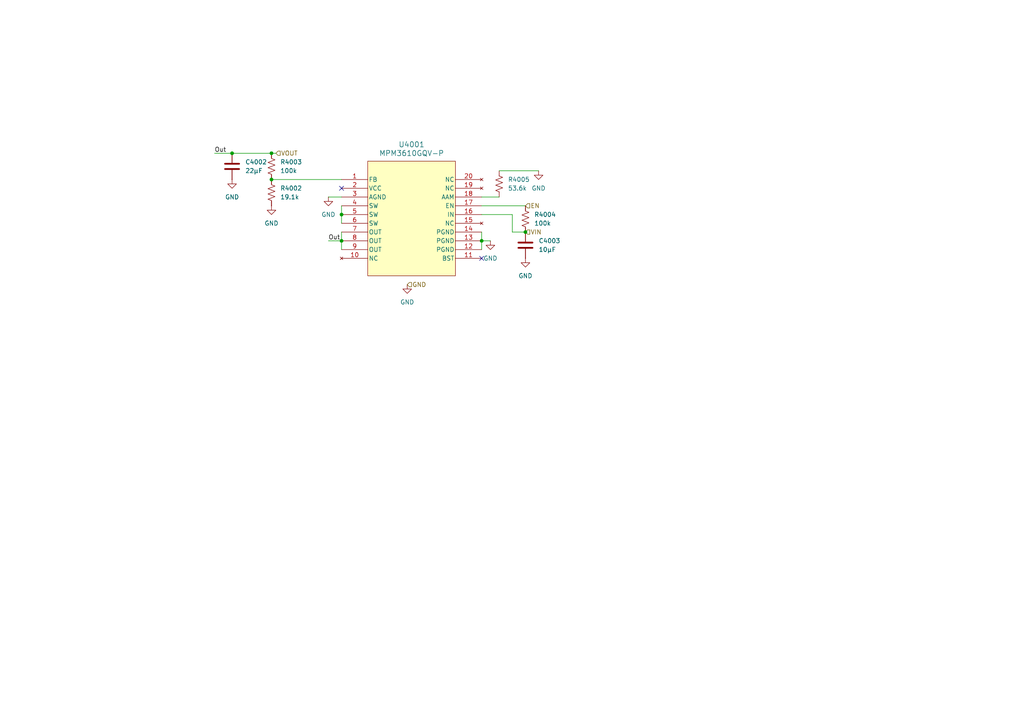
<source format=kicad_sch>
(kicad_sch (version 20231120) (generator "eeschema") (generator_version "8.0")
  (paper "A4")
  (lib_symbols
    (symbol "Device:C" (pin_numbers hide) (pin_names (offset 0.254))
      (property "Reference" "C" (at 0.635 2.54 0))
      (property "Value" "C" (at 0.635 -2.54 0))
      (symbol "C_0_1"
        (polyline (pts (xy -2.032 -0.762) (xy 2.032 -0.762)) (stroke (width 0.508)))
        (polyline (pts (xy -2.032 0.762) (xy 2.032 0.762)) (stroke (width 0.508)))
      )
      (symbol "C_1_1"
        (pin passive line (at 0 3.81 270) (length 2.794) (name "~") (number "1"))
        (pin passive line (at 0 -3.81 90) (length 2.794) (name "~") (number "2"))
      )
    )
    (symbol "Device:R_US" (pin_numbers hide) (pin_names (offset 0))
      (property "Reference" "R" (at 2.54 0 90))
      (property "Value" "R_US" (at -2.54 0 90))
      (symbol "R_US_0_1"
        (polyline (pts (xy 0 -2.286) (xy 0 -2.54)))
        (polyline (pts (xy 0 2.286) (xy 0 2.54)))
        (polyline (pts (xy 0 -0.762) (xy 1.016 -1.143) (xy 0 -1.524) (xy -1.016 -1.905) (xy 0 -2.286)))
        (polyline (pts (xy 0 0.762) (xy 1.016 0.381) (xy 0 0) (xy -1.016 -0.381) (xy 0 -0.762)))
        (polyline (pts (xy 0 2.286) (xy 1.016 1.905) (xy 0 1.524) (xy -1.016 1.143) (xy 0 0.762)))
      )
      (symbol "R_US_1_1"
        (pin passive line (at 0 3.81 270) (length 1.27) (name "~") (number "1"))
        (pin passive line (at 0 -3.81 90) (length 1.27) (name "~") (number "2"))
      )
    )
    (symbol "MPM3606AGQV:MPM3610GQV-P" (pin_names (offset 0.254))
      (property "Reference" "U" (at 20.32 10.16 0))
      (property "Value" "MPM3610GQV-P" (at 20.32 7.62 0))
      (symbol "MPM3610GQV-P_0_1"
        (pin unspecified line (at 0 0 0) (length 7.62) (name "FB") (number "1"))
        (pin no_connect line (at 0 -22.86 0) (length 7.62) (name "NC") (number "10"))
        (pin unspecified line (at 40.64 -22.86 180) (length 7.62) (name "BST") (number "11"))
        (pin power_out line (at 40.64 -20.32 180) (length 7.62) (name "PGND") (number "12"))
        (pin power_out line (at 40.64 -17.78 180) (length 7.62) (name "PGND") (number "13"))
        (pin power_out line (at 40.64 -15.24 180) (length 7.62) (name "PGND") (number "14"))
        (pin no_connect line (at 40.64 -12.7 180) (length 7.62) (name "NC") (number "15"))
        (pin power_in line (at 40.64 -10.16 180) (length 7.62) (name "IN") (number "16"))
        (pin unspecified line (at 40.64 -7.62 180) (length 7.62) (name "EN") (number "17"))
        (pin unspecified line (at 40.64 -5.08 180) (length 7.62) (name "AAM") (number "18"))
        (pin no_connect line (at 40.64 -2.54 180) (length 7.62) (name "NC") (number "19"))
        (pin power_in line (at 0 -2.54 0) (length 7.62) (name "VCC") (number "2"))
        (pin no_connect line (at 40.64 0 180) (length 7.62) (name "NC") (number "20"))
        (pin power_out line (at 0 -5.08 0) (length 7.62) (name "AGND") (number "3"))
        (pin output line (at 0 -7.62 0) (length 7.62) (name "SW") (number "4"))
        (pin output line (at 0 -10.16 0) (length 7.62) (name "SW") (number "5"))
        (pin output line (at 0 -12.7 0) (length 7.62) (name "SW") (number "6"))
        (pin output line (at 0 -15.24 0) (length 7.62) (name "OUT") (number "7"))
        (pin output line (at 0 -17.78 0) (length 7.62) (name "OUT") (number "8"))
        (pin output line (at 0 -20.32 0) (length 7.62) (name "OUT") (number "9"))
      )
      (symbol "MPM3610GQV-P_1_1"
        (rectangle (start 7.62 5.334) (end 33.02 -27.94) (fill (type background)))
      )
    )
    (symbol "power:GND" (power) (pin_numbers hide) (pin_names (offset 0) hide)
      (property "Value" "GND" (at 0 -3.81 0))
      (symbol "GND_0_1"
        (polyline (pts (xy 0 0) (xy 0 -1.27) (xy 1.27 -1.27) (xy 0 -2.54) (xy -1.27 -1.27) (xy 0 -1.27)))
      )
      (symbol "GND_1_1"
        (pin power_in line (at 0 0 270) (length 0) (name "~") (number "1"))
      )
    )
  )
  (junction (at 67.31 44.45))
  (junction (at 152.4 67.31))
  (junction (at 78.74 52.07))
  (junction (at 78.74 44.45))
  (junction (at 99.06 69.85))
  (junction (at 99.06 62.23))
  (junction (at 139.7 69.85))
  (no_connect (at 99.06 54.61))
  (no_connect (at 139.7 74.93))
  (wire (pts (xy 139.7 57.15) (xy 144.78 57.15)))
  (wire (pts (xy 62.23 44.45) (xy 67.31 44.45)))
  (wire (pts (xy 139.7 62.23) (xy 148.59 62.23)))
  (wire (pts (xy 148.59 62.23) (xy 148.59 67.31)))
  (wire (pts (xy 80.01 44.45) (xy 78.74 44.45)))
  (wire (pts (xy 78.74 52.07) (xy 99.06 52.07)))
  (wire (pts (xy 142.24 69.85) (xy 139.7 69.85)))
  (wire (pts (xy 139.7 67.31) (xy 139.7 69.85)))
  (wire (pts (xy 139.7 59.69) (xy 152.4 59.69)))
  (wire (pts (xy 95.25 69.85) (xy 99.06 69.85)))
  (wire (pts (xy 99.06 67.31) (xy 99.06 69.85)))
  (wire (pts (xy 99.06 69.85) (xy 99.06 72.39)))
  (wire (pts (xy 67.31 44.45) (xy 78.74 44.45)))
  (wire (pts (xy 144.78 49.53) (xy 156.21 49.53)))
  (wire (pts (xy 99.06 62.23) (xy 99.06 64.77)))
  (wire (pts (xy 99.06 59.69) (xy 99.06 62.23)))
  (wire (pts (xy 95.25 57.15) (xy 99.06 57.15)))
  (wire (pts (xy 148.59 67.31) (xy 152.4 67.31)))
  (wire (pts (xy 139.7 69.85) (xy 139.7 72.39)))
  (label "Out" (at 62.23 44.45 0))
  (label "Out" (at 95.25 69.85 0))
  (hierarchical_label "VIN" (shape input) (at 152.4 67.31 0))
  (hierarchical_label "EN" (shape input) (at 152.4 59.69 0))
  (hierarchical_label "VOUT" (shape input) (at 80.01 44.45 0))
  (hierarchical_label "GND" (shape input) (at 118.11 82.55 0))
  (symbol (lib_id "power:GND") (at 142.24 69.85 0) (unit 1)
    (property "Reference" "#PWR04001" (effects (hide yes)))
    (property "Value" "GND" (at 142.24 74.93 0))
    (property "Description" "Power symbol creates a global label with name \"GND\" , ground" (effects (hide yes)))
  )
  (symbol (lib_id "power:GND") (at 152.4 74.93 0) (unit 1)
    (property "Reference" "#PWR04005" (effects (hide yes)))
    (property "Value" "GND" (at 152.4 80.01 0))
    (property "Description" "Power symbol creates a global label with name \"GND\" , ground" (effects (hide yes)))
  )
  (symbol (lib_id "power:GND") (at 118.11 82.55 0) (unit 1)
    (property "Reference" "#PWR04007" (effects (hide yes)))
    (property "Value" "GND" (at 118.11 87.63 0))
    (property "Description" "Power symbol creates a global label with name \"GND\" , ground" (effects (hide yes)))
  )
  (symbol (lib_id "Device:C") (at 152.4 71.12 0) (unit 1)
    (property "Reference" "C4003" (at 156.21 69.8499 0) (effects (justify left)))
    (property "Value" "10μF" (at 156.21 72.3899 0) (effects (justify left)))
    (property "Footprint" "Capacitor_SMD:C_0201_0603Metric" (effects (hide yes)))
    (property "Description" "Unpolarized capacitor" (effects (hide yes)))
  )
  (symbol (lib_id "Device:R_US") (at 144.78 53.34 0) (unit 1)
    (property "Reference" "R4005" (at 147.32 52.0699 0) (effects (justify left)))
    (property "Value" "53.6k" (at 147.32 54.6099 0) (effects (justify left)))
    (property "Footprint" "Resistor_SMD:R_0201_0603Metric" (effects (hide yes)))
    (property "Description" "Resistor, US symbol" (effects (hide yes)))
  )
  (symbol (lib_id "Device:R_US") (at 78.74 48.26 0) (unit 1)
    (property "Reference" "R4003" (at 81.28 46.9899 0) (effects (justify left)))
    (property "Value" "100k" (at 81.28 49.5299 0) (effects (justify left)))
    (property "Footprint" "Resistor_SMD:R_0201_0603Metric" (effects (hide yes)))
    (property "Description" "Resistor, US symbol" (effects (hide yes)))
  )
  (symbol (lib_id "MPM3606AGQV:MPM3610GQV-P") (at 99.06 52.07 0) (unit 1)
    (property "Reference" "U4001" (at 119.38 41.91 0) (effects (font (size 1.524 1.524))))
    (property "Value" "MPM3610GQV-P" (at 119.38 44.45 0) (effects (font (size 1.524 1.524))))
    (property "Footprint" "MPM3606AGQV:QFN3p0x5p0x1p6_MPM3610_MNP" (effects (hide yes)))
    (property "Datasheet" "https://www.monolithicpower.com/en/documentview/productdocument/index/version/2/document_type/Datasheet/lang/en/sku/MPM3610GQV-Z" (effects (hide yes)))
  )
  (symbol (lib_id "power:GND") (at 78.74 59.69 0) (unit 1)
    (property "Reference" "#PWR04003" (effects (hide yes)))
    (property "Value" "GND" (at 78.74 64.77 0))
    (property "Description" "Power symbol creates a global label with name \"GND\" , ground" (effects (hide yes)))
  )
  (symbol (lib_id "Device:C") (at 67.31 48.26 0) (unit 1)
    (property "Reference" "C4002" (at 71.12 46.9899 0) (effects (justify left)))
    (property "Value" "22μF" (at 71.12 49.5299 0) (effects (justify left)))
    (property "Footprint" "Capacitor_SMD:C_0201_0603Metric" (effects (hide yes)))
    (property "Description" "Unpolarized capacitor" (effects (hide yes)))
  )
  (symbol (lib_id "power:GND") (at 95.25 57.15 0) (unit 1)
    (property "Reference" "#PWR04002" (effects (hide yes)))
    (property "Value" "GND" (at 95.25 62.23 0))
    (property "Description" "Power symbol creates a global label with name \"GND\" , ground" (effects (hide yes)))
  )
  (symbol (lib_id "power:GND") (at 156.21 49.53 0) (unit 1)
    (property "Reference" "#PWR04006" (effects (hide yes)))
    (property "Value" "GND" (at 156.21 54.61 0))
    (property "Description" "Power symbol creates a global label with name \"GND\" , ground" (effects (hide yes)))
  )
  (symbol (lib_id "power:GND") (at 67.31 52.07 0) (unit 1)
    (property "Reference" "#PWR04004" (effects (hide yes)))
    (property "Value" "GND" (at 67.31 57.15 0))
    (property "Description" "Power symbol creates a global label with name \"GND\" , ground" (effects (hide yes)))
  )
  (symbol (lib_id "Device:R_US") (at 152.4 63.5 0) (unit 1)
    (property "Reference" "R4004" (at 154.94 62.2299 0) (effects (justify left)))
    (property "Value" "100k" (at 154.94 64.7699 0) (effects (justify left)))
    (property "Footprint" "Resistor_SMD:R_0201_0603Metric" (effects (hide yes)))
    (property "Description" "Resistor, US symbol" (effects (hide yes)))
  )
  (symbol (lib_id "Device:R_US") (at 78.74 55.88 0) (unit 1)
    (property "Reference" "R4002" (at 81.28 54.6099 0) (effects (justify left)))
    (property "Value" "19.1k" (at 81.28 57.1499 0) (effects (justify left)))
    (property "Footprint" "Resistor_SMD:R_0201_0603Metric" (effects (hide yes)))
    (property "Description" "Resistor, US symbol" (effects (hide yes)))
  )
)
</source>
